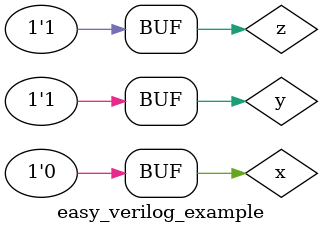
<source format=v>
module easy_verilog_example();

   reg x = 1'b0;
   reg y = 1'b1; 
   reg z;
   
   // A procedure example
    always @(z) begin
		$display("x=%b, y=%b, z=%b", x,y,z);
	end
	
	// Another procedure example
	initial begin
		#2;			//wait 2 time units
		z = x ^ y;
		#10;
		y = 0;
		z = x | y;
		#10;
		z = ~z;
		#10;
	end
	
endmodule
		

</source>
